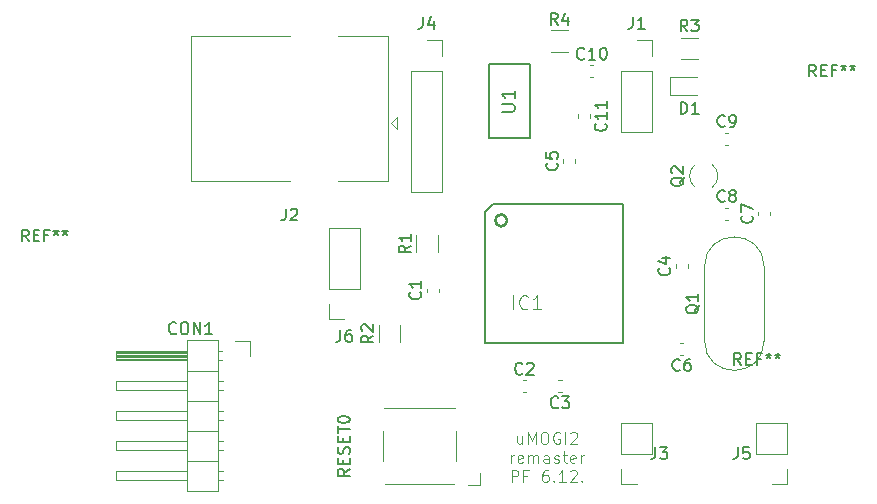
<source format=gbr>
%TF.GenerationSoftware,KiCad,Pcbnew,7.0.7*%
%TF.CreationDate,2023-12-05T11:36:27+01:00*%
%TF.ProjectId,PF,50462e6b-6963-4616-945f-706362585858,rev?*%
%TF.SameCoordinates,Original*%
%TF.FileFunction,Legend,Top*%
%TF.FilePolarity,Positive*%
%FSLAX46Y46*%
G04 Gerber Fmt 4.6, Leading zero omitted, Abs format (unit mm)*
G04 Created by KiCad (PCBNEW 7.0.7) date 2023-12-05 11:36:27*
%MOMM*%
%LPD*%
G01*
G04 APERTURE LIST*
%ADD10C,0.100000*%
%ADD11C,0.150000*%
%ADD12C,0.101600*%
%ADD13C,0.127000*%
%ADD14C,0.120000*%
%ADD15C,0.203200*%
%ADD16C,0.254000*%
%ADD17C,0.152400*%
G04 APERTURE END LIST*
D10*
X136334762Y-106475752D02*
X136334762Y-107142419D01*
X135906191Y-106475752D02*
X135906191Y-106999561D01*
X135906191Y-106999561D02*
X135953810Y-107094800D01*
X135953810Y-107094800D02*
X136049048Y-107142419D01*
X136049048Y-107142419D02*
X136191905Y-107142419D01*
X136191905Y-107142419D02*
X136287143Y-107094800D01*
X136287143Y-107094800D02*
X136334762Y-107047180D01*
X136810953Y-107142419D02*
X136810953Y-106142419D01*
X136810953Y-106142419D02*
X137144286Y-106856704D01*
X137144286Y-106856704D02*
X137477619Y-106142419D01*
X137477619Y-106142419D02*
X137477619Y-107142419D01*
X138144286Y-106142419D02*
X138334762Y-106142419D01*
X138334762Y-106142419D02*
X138430000Y-106190038D01*
X138430000Y-106190038D02*
X138525238Y-106285276D01*
X138525238Y-106285276D02*
X138572857Y-106475752D01*
X138572857Y-106475752D02*
X138572857Y-106809085D01*
X138572857Y-106809085D02*
X138525238Y-106999561D01*
X138525238Y-106999561D02*
X138430000Y-107094800D01*
X138430000Y-107094800D02*
X138334762Y-107142419D01*
X138334762Y-107142419D02*
X138144286Y-107142419D01*
X138144286Y-107142419D02*
X138049048Y-107094800D01*
X138049048Y-107094800D02*
X137953810Y-106999561D01*
X137953810Y-106999561D02*
X137906191Y-106809085D01*
X137906191Y-106809085D02*
X137906191Y-106475752D01*
X137906191Y-106475752D02*
X137953810Y-106285276D01*
X137953810Y-106285276D02*
X138049048Y-106190038D01*
X138049048Y-106190038D02*
X138144286Y-106142419D01*
X139525238Y-106190038D02*
X139430000Y-106142419D01*
X139430000Y-106142419D02*
X139287143Y-106142419D01*
X139287143Y-106142419D02*
X139144286Y-106190038D01*
X139144286Y-106190038D02*
X139049048Y-106285276D01*
X139049048Y-106285276D02*
X139001429Y-106380514D01*
X139001429Y-106380514D02*
X138953810Y-106570990D01*
X138953810Y-106570990D02*
X138953810Y-106713847D01*
X138953810Y-106713847D02*
X139001429Y-106904323D01*
X139001429Y-106904323D02*
X139049048Y-106999561D01*
X139049048Y-106999561D02*
X139144286Y-107094800D01*
X139144286Y-107094800D02*
X139287143Y-107142419D01*
X139287143Y-107142419D02*
X139382381Y-107142419D01*
X139382381Y-107142419D02*
X139525238Y-107094800D01*
X139525238Y-107094800D02*
X139572857Y-107047180D01*
X139572857Y-107047180D02*
X139572857Y-106713847D01*
X139572857Y-106713847D02*
X139382381Y-106713847D01*
X140001429Y-107142419D02*
X140001429Y-106142419D01*
X140430000Y-106237657D02*
X140477619Y-106190038D01*
X140477619Y-106190038D02*
X140572857Y-106142419D01*
X140572857Y-106142419D02*
X140810952Y-106142419D01*
X140810952Y-106142419D02*
X140906190Y-106190038D01*
X140906190Y-106190038D02*
X140953809Y-106237657D01*
X140953809Y-106237657D02*
X141001428Y-106332895D01*
X141001428Y-106332895D02*
X141001428Y-106428133D01*
X141001428Y-106428133D02*
X140953809Y-106570990D01*
X140953809Y-106570990D02*
X140382381Y-107142419D01*
X140382381Y-107142419D02*
X141001428Y-107142419D01*
X135382380Y-108752419D02*
X135382380Y-108085752D01*
X135382380Y-108276228D02*
X135429999Y-108180990D01*
X135429999Y-108180990D02*
X135477618Y-108133371D01*
X135477618Y-108133371D02*
X135572856Y-108085752D01*
X135572856Y-108085752D02*
X135668094Y-108085752D01*
X136382380Y-108704800D02*
X136287142Y-108752419D01*
X136287142Y-108752419D02*
X136096666Y-108752419D01*
X136096666Y-108752419D02*
X136001428Y-108704800D01*
X136001428Y-108704800D02*
X135953809Y-108609561D01*
X135953809Y-108609561D02*
X135953809Y-108228609D01*
X135953809Y-108228609D02*
X136001428Y-108133371D01*
X136001428Y-108133371D02*
X136096666Y-108085752D01*
X136096666Y-108085752D02*
X136287142Y-108085752D01*
X136287142Y-108085752D02*
X136382380Y-108133371D01*
X136382380Y-108133371D02*
X136429999Y-108228609D01*
X136429999Y-108228609D02*
X136429999Y-108323847D01*
X136429999Y-108323847D02*
X135953809Y-108419085D01*
X136858571Y-108752419D02*
X136858571Y-108085752D01*
X136858571Y-108180990D02*
X136906190Y-108133371D01*
X136906190Y-108133371D02*
X137001428Y-108085752D01*
X137001428Y-108085752D02*
X137144285Y-108085752D01*
X137144285Y-108085752D02*
X137239523Y-108133371D01*
X137239523Y-108133371D02*
X137287142Y-108228609D01*
X137287142Y-108228609D02*
X137287142Y-108752419D01*
X137287142Y-108228609D02*
X137334761Y-108133371D01*
X137334761Y-108133371D02*
X137429999Y-108085752D01*
X137429999Y-108085752D02*
X137572856Y-108085752D01*
X137572856Y-108085752D02*
X137668095Y-108133371D01*
X137668095Y-108133371D02*
X137715714Y-108228609D01*
X137715714Y-108228609D02*
X137715714Y-108752419D01*
X138620475Y-108752419D02*
X138620475Y-108228609D01*
X138620475Y-108228609D02*
X138572856Y-108133371D01*
X138572856Y-108133371D02*
X138477618Y-108085752D01*
X138477618Y-108085752D02*
X138287142Y-108085752D01*
X138287142Y-108085752D02*
X138191904Y-108133371D01*
X138620475Y-108704800D02*
X138525237Y-108752419D01*
X138525237Y-108752419D02*
X138287142Y-108752419D01*
X138287142Y-108752419D02*
X138191904Y-108704800D01*
X138191904Y-108704800D02*
X138144285Y-108609561D01*
X138144285Y-108609561D02*
X138144285Y-108514323D01*
X138144285Y-108514323D02*
X138191904Y-108419085D01*
X138191904Y-108419085D02*
X138287142Y-108371466D01*
X138287142Y-108371466D02*
X138525237Y-108371466D01*
X138525237Y-108371466D02*
X138620475Y-108323847D01*
X139049047Y-108704800D02*
X139144285Y-108752419D01*
X139144285Y-108752419D02*
X139334761Y-108752419D01*
X139334761Y-108752419D02*
X139429999Y-108704800D01*
X139429999Y-108704800D02*
X139477618Y-108609561D01*
X139477618Y-108609561D02*
X139477618Y-108561942D01*
X139477618Y-108561942D02*
X139429999Y-108466704D01*
X139429999Y-108466704D02*
X139334761Y-108419085D01*
X139334761Y-108419085D02*
X139191904Y-108419085D01*
X139191904Y-108419085D02*
X139096666Y-108371466D01*
X139096666Y-108371466D02*
X139049047Y-108276228D01*
X139049047Y-108276228D02*
X139049047Y-108228609D01*
X139049047Y-108228609D02*
X139096666Y-108133371D01*
X139096666Y-108133371D02*
X139191904Y-108085752D01*
X139191904Y-108085752D02*
X139334761Y-108085752D01*
X139334761Y-108085752D02*
X139429999Y-108133371D01*
X139763333Y-108085752D02*
X140144285Y-108085752D01*
X139906190Y-107752419D02*
X139906190Y-108609561D01*
X139906190Y-108609561D02*
X139953809Y-108704800D01*
X139953809Y-108704800D02*
X140049047Y-108752419D01*
X140049047Y-108752419D02*
X140144285Y-108752419D01*
X140858571Y-108704800D02*
X140763333Y-108752419D01*
X140763333Y-108752419D02*
X140572857Y-108752419D01*
X140572857Y-108752419D02*
X140477619Y-108704800D01*
X140477619Y-108704800D02*
X140430000Y-108609561D01*
X140430000Y-108609561D02*
X140430000Y-108228609D01*
X140430000Y-108228609D02*
X140477619Y-108133371D01*
X140477619Y-108133371D02*
X140572857Y-108085752D01*
X140572857Y-108085752D02*
X140763333Y-108085752D01*
X140763333Y-108085752D02*
X140858571Y-108133371D01*
X140858571Y-108133371D02*
X140906190Y-108228609D01*
X140906190Y-108228609D02*
X140906190Y-108323847D01*
X140906190Y-108323847D02*
X140430000Y-108419085D01*
X141334762Y-108752419D02*
X141334762Y-108085752D01*
X141334762Y-108276228D02*
X141382381Y-108180990D01*
X141382381Y-108180990D02*
X141430000Y-108133371D01*
X141430000Y-108133371D02*
X141525238Y-108085752D01*
X141525238Y-108085752D02*
X141620476Y-108085752D01*
X135453810Y-110362419D02*
X135453810Y-109362419D01*
X135453810Y-109362419D02*
X135834762Y-109362419D01*
X135834762Y-109362419D02*
X135930000Y-109410038D01*
X135930000Y-109410038D02*
X135977619Y-109457657D01*
X135977619Y-109457657D02*
X136025238Y-109552895D01*
X136025238Y-109552895D02*
X136025238Y-109695752D01*
X136025238Y-109695752D02*
X135977619Y-109790990D01*
X135977619Y-109790990D02*
X135930000Y-109838609D01*
X135930000Y-109838609D02*
X135834762Y-109886228D01*
X135834762Y-109886228D02*
X135453810Y-109886228D01*
X136787143Y-109838609D02*
X136453810Y-109838609D01*
X136453810Y-110362419D02*
X136453810Y-109362419D01*
X136453810Y-109362419D02*
X136930000Y-109362419D01*
X138501429Y-109362419D02*
X138310953Y-109362419D01*
X138310953Y-109362419D02*
X138215715Y-109410038D01*
X138215715Y-109410038D02*
X138168096Y-109457657D01*
X138168096Y-109457657D02*
X138072858Y-109600514D01*
X138072858Y-109600514D02*
X138025239Y-109790990D01*
X138025239Y-109790990D02*
X138025239Y-110171942D01*
X138025239Y-110171942D02*
X138072858Y-110267180D01*
X138072858Y-110267180D02*
X138120477Y-110314800D01*
X138120477Y-110314800D02*
X138215715Y-110362419D01*
X138215715Y-110362419D02*
X138406191Y-110362419D01*
X138406191Y-110362419D02*
X138501429Y-110314800D01*
X138501429Y-110314800D02*
X138549048Y-110267180D01*
X138549048Y-110267180D02*
X138596667Y-110171942D01*
X138596667Y-110171942D02*
X138596667Y-109933847D01*
X138596667Y-109933847D02*
X138549048Y-109838609D01*
X138549048Y-109838609D02*
X138501429Y-109790990D01*
X138501429Y-109790990D02*
X138406191Y-109743371D01*
X138406191Y-109743371D02*
X138215715Y-109743371D01*
X138215715Y-109743371D02*
X138120477Y-109790990D01*
X138120477Y-109790990D02*
X138072858Y-109838609D01*
X138072858Y-109838609D02*
X138025239Y-109933847D01*
X139025239Y-110267180D02*
X139072858Y-110314800D01*
X139072858Y-110314800D02*
X139025239Y-110362419D01*
X139025239Y-110362419D02*
X138977620Y-110314800D01*
X138977620Y-110314800D02*
X139025239Y-110267180D01*
X139025239Y-110267180D02*
X139025239Y-110362419D01*
X140025238Y-110362419D02*
X139453810Y-110362419D01*
X139739524Y-110362419D02*
X139739524Y-109362419D01*
X139739524Y-109362419D02*
X139644286Y-109505276D01*
X139644286Y-109505276D02*
X139549048Y-109600514D01*
X139549048Y-109600514D02*
X139453810Y-109648133D01*
X140406191Y-109457657D02*
X140453810Y-109410038D01*
X140453810Y-109410038D02*
X140549048Y-109362419D01*
X140549048Y-109362419D02*
X140787143Y-109362419D01*
X140787143Y-109362419D02*
X140882381Y-109410038D01*
X140882381Y-109410038D02*
X140930000Y-109457657D01*
X140930000Y-109457657D02*
X140977619Y-109552895D01*
X140977619Y-109552895D02*
X140977619Y-109648133D01*
X140977619Y-109648133D02*
X140930000Y-109790990D01*
X140930000Y-109790990D02*
X140358572Y-110362419D01*
X140358572Y-110362419D02*
X140977619Y-110362419D01*
X141406191Y-110267180D02*
X141453810Y-110314800D01*
X141453810Y-110314800D02*
X141406191Y-110362419D01*
X141406191Y-110362419D02*
X141358572Y-110314800D01*
X141358572Y-110314800D02*
X141406191Y-110267180D01*
X141406191Y-110267180D02*
X141406191Y-110362419D01*
D11*
X139340833Y-71659819D02*
X139007500Y-71183628D01*
X138769405Y-71659819D02*
X138769405Y-70659819D01*
X138769405Y-70659819D02*
X139150357Y-70659819D01*
X139150357Y-70659819D02*
X139245595Y-70707438D01*
X139245595Y-70707438D02*
X139293214Y-70755057D01*
X139293214Y-70755057D02*
X139340833Y-70850295D01*
X139340833Y-70850295D02*
X139340833Y-70993152D01*
X139340833Y-70993152D02*
X139293214Y-71088390D01*
X139293214Y-71088390D02*
X139245595Y-71136009D01*
X139245595Y-71136009D02*
X139150357Y-71183628D01*
X139150357Y-71183628D02*
X138769405Y-71183628D01*
X140197976Y-70993152D02*
X140197976Y-71659819D01*
X139959881Y-70612200D02*
X139721786Y-71326485D01*
X139721786Y-71326485D02*
X140340833Y-71326485D01*
X150328333Y-72209819D02*
X149995000Y-71733628D01*
X149756905Y-72209819D02*
X149756905Y-71209819D01*
X149756905Y-71209819D02*
X150137857Y-71209819D01*
X150137857Y-71209819D02*
X150233095Y-71257438D01*
X150233095Y-71257438D02*
X150280714Y-71305057D01*
X150280714Y-71305057D02*
X150328333Y-71400295D01*
X150328333Y-71400295D02*
X150328333Y-71543152D01*
X150328333Y-71543152D02*
X150280714Y-71638390D01*
X150280714Y-71638390D02*
X150233095Y-71686009D01*
X150233095Y-71686009D02*
X150137857Y-71733628D01*
X150137857Y-71733628D02*
X149756905Y-71733628D01*
X150661667Y-71209819D02*
X151280714Y-71209819D01*
X151280714Y-71209819D02*
X150947381Y-71590771D01*
X150947381Y-71590771D02*
X151090238Y-71590771D01*
X151090238Y-71590771D02*
X151185476Y-71638390D01*
X151185476Y-71638390D02*
X151233095Y-71686009D01*
X151233095Y-71686009D02*
X151280714Y-71781247D01*
X151280714Y-71781247D02*
X151280714Y-72019342D01*
X151280714Y-72019342D02*
X151233095Y-72114580D01*
X151233095Y-72114580D02*
X151185476Y-72162200D01*
X151185476Y-72162200D02*
X151090238Y-72209819D01*
X151090238Y-72209819D02*
X150804524Y-72209819D01*
X150804524Y-72209819D02*
X150709286Y-72162200D01*
X150709286Y-72162200D02*
X150661667Y-72114580D01*
X141597142Y-74494580D02*
X141549523Y-74542200D01*
X141549523Y-74542200D02*
X141406666Y-74589819D01*
X141406666Y-74589819D02*
X141311428Y-74589819D01*
X141311428Y-74589819D02*
X141168571Y-74542200D01*
X141168571Y-74542200D02*
X141073333Y-74446961D01*
X141073333Y-74446961D02*
X141025714Y-74351723D01*
X141025714Y-74351723D02*
X140978095Y-74161247D01*
X140978095Y-74161247D02*
X140978095Y-74018390D01*
X140978095Y-74018390D02*
X141025714Y-73827914D01*
X141025714Y-73827914D02*
X141073333Y-73732676D01*
X141073333Y-73732676D02*
X141168571Y-73637438D01*
X141168571Y-73637438D02*
X141311428Y-73589819D01*
X141311428Y-73589819D02*
X141406666Y-73589819D01*
X141406666Y-73589819D02*
X141549523Y-73637438D01*
X141549523Y-73637438D02*
X141597142Y-73685057D01*
X142549523Y-74589819D02*
X141978095Y-74589819D01*
X142263809Y-74589819D02*
X142263809Y-73589819D01*
X142263809Y-73589819D02*
X142168571Y-73732676D01*
X142168571Y-73732676D02*
X142073333Y-73827914D01*
X142073333Y-73827914D02*
X141978095Y-73875533D01*
X143168571Y-73589819D02*
X143263809Y-73589819D01*
X143263809Y-73589819D02*
X143359047Y-73637438D01*
X143359047Y-73637438D02*
X143406666Y-73685057D01*
X143406666Y-73685057D02*
X143454285Y-73780295D01*
X143454285Y-73780295D02*
X143501904Y-73970771D01*
X143501904Y-73970771D02*
X143501904Y-74208866D01*
X143501904Y-74208866D02*
X143454285Y-74399342D01*
X143454285Y-74399342D02*
X143406666Y-74494580D01*
X143406666Y-74494580D02*
X143359047Y-74542200D01*
X143359047Y-74542200D02*
X143263809Y-74589819D01*
X143263809Y-74589819D02*
X143168571Y-74589819D01*
X143168571Y-74589819D02*
X143073333Y-74542200D01*
X143073333Y-74542200D02*
X143025714Y-74494580D01*
X143025714Y-74494580D02*
X142978095Y-74399342D01*
X142978095Y-74399342D02*
X142930476Y-74208866D01*
X142930476Y-74208866D02*
X142930476Y-73970771D01*
X142930476Y-73970771D02*
X142978095Y-73780295D01*
X142978095Y-73780295D02*
X143025714Y-73685057D01*
X143025714Y-73685057D02*
X143073333Y-73637438D01*
X143073333Y-73637438D02*
X143168571Y-73589819D01*
X139264580Y-83351666D02*
X139312200Y-83399285D01*
X139312200Y-83399285D02*
X139359819Y-83542142D01*
X139359819Y-83542142D02*
X139359819Y-83637380D01*
X139359819Y-83637380D02*
X139312200Y-83780237D01*
X139312200Y-83780237D02*
X139216961Y-83875475D01*
X139216961Y-83875475D02*
X139121723Y-83923094D01*
X139121723Y-83923094D02*
X138931247Y-83970713D01*
X138931247Y-83970713D02*
X138788390Y-83970713D01*
X138788390Y-83970713D02*
X138597914Y-83923094D01*
X138597914Y-83923094D02*
X138502676Y-83875475D01*
X138502676Y-83875475D02*
X138407438Y-83780237D01*
X138407438Y-83780237D02*
X138359819Y-83637380D01*
X138359819Y-83637380D02*
X138359819Y-83542142D01*
X138359819Y-83542142D02*
X138407438Y-83399285D01*
X138407438Y-83399285D02*
X138455057Y-83351666D01*
X138359819Y-82446904D02*
X138359819Y-82923094D01*
X138359819Y-82923094D02*
X138836009Y-82970713D01*
X138836009Y-82970713D02*
X138788390Y-82923094D01*
X138788390Y-82923094D02*
X138740771Y-82827856D01*
X138740771Y-82827856D02*
X138740771Y-82589761D01*
X138740771Y-82589761D02*
X138788390Y-82494523D01*
X138788390Y-82494523D02*
X138836009Y-82446904D01*
X138836009Y-82446904D02*
X138931247Y-82399285D01*
X138931247Y-82399285D02*
X139169342Y-82399285D01*
X139169342Y-82399285D02*
X139264580Y-82446904D01*
X139264580Y-82446904D02*
X139312200Y-82494523D01*
X139312200Y-82494523D02*
X139359819Y-82589761D01*
X139359819Y-82589761D02*
X139359819Y-82827856D01*
X139359819Y-82827856D02*
X139312200Y-82923094D01*
X139312200Y-82923094D02*
X139264580Y-82970713D01*
X139393333Y-104024580D02*
X139345714Y-104072200D01*
X139345714Y-104072200D02*
X139202857Y-104119819D01*
X139202857Y-104119819D02*
X139107619Y-104119819D01*
X139107619Y-104119819D02*
X138964762Y-104072200D01*
X138964762Y-104072200D02*
X138869524Y-103976961D01*
X138869524Y-103976961D02*
X138821905Y-103881723D01*
X138821905Y-103881723D02*
X138774286Y-103691247D01*
X138774286Y-103691247D02*
X138774286Y-103548390D01*
X138774286Y-103548390D02*
X138821905Y-103357914D01*
X138821905Y-103357914D02*
X138869524Y-103262676D01*
X138869524Y-103262676D02*
X138964762Y-103167438D01*
X138964762Y-103167438D02*
X139107619Y-103119819D01*
X139107619Y-103119819D02*
X139202857Y-103119819D01*
X139202857Y-103119819D02*
X139345714Y-103167438D01*
X139345714Y-103167438D02*
X139393333Y-103215057D01*
X139726667Y-103119819D02*
X140345714Y-103119819D01*
X140345714Y-103119819D02*
X140012381Y-103500771D01*
X140012381Y-103500771D02*
X140155238Y-103500771D01*
X140155238Y-103500771D02*
X140250476Y-103548390D01*
X140250476Y-103548390D02*
X140298095Y-103596009D01*
X140298095Y-103596009D02*
X140345714Y-103691247D01*
X140345714Y-103691247D02*
X140345714Y-103929342D01*
X140345714Y-103929342D02*
X140298095Y-104024580D01*
X140298095Y-104024580D02*
X140250476Y-104072200D01*
X140250476Y-104072200D02*
X140155238Y-104119819D01*
X140155238Y-104119819D02*
X139869524Y-104119819D01*
X139869524Y-104119819D02*
X139774286Y-104072200D01*
X139774286Y-104072200D02*
X139726667Y-104024580D01*
D12*
X135600032Y-95736726D02*
X135600032Y-94568326D01*
X136824070Y-95625449D02*
X136768432Y-95681088D01*
X136768432Y-95681088D02*
X136601518Y-95736726D01*
X136601518Y-95736726D02*
X136490242Y-95736726D01*
X136490242Y-95736726D02*
X136323327Y-95681088D01*
X136323327Y-95681088D02*
X136212051Y-95569811D01*
X136212051Y-95569811D02*
X136156413Y-95458535D01*
X136156413Y-95458535D02*
X136100775Y-95235983D01*
X136100775Y-95235983D02*
X136100775Y-95069068D01*
X136100775Y-95069068D02*
X136156413Y-94846516D01*
X136156413Y-94846516D02*
X136212051Y-94735240D01*
X136212051Y-94735240D02*
X136323327Y-94623964D01*
X136323327Y-94623964D02*
X136490242Y-94568326D01*
X136490242Y-94568326D02*
X136601518Y-94568326D01*
X136601518Y-94568326D02*
X136768432Y-94623964D01*
X136768432Y-94623964D02*
X136824070Y-94679602D01*
X137936832Y-95736726D02*
X137269175Y-95736726D01*
X137603003Y-95736726D02*
X137603003Y-94568326D01*
X137603003Y-94568326D02*
X137491727Y-94735240D01*
X137491727Y-94735240D02*
X137380451Y-94846516D01*
X137380451Y-94846516D02*
X137269175Y-94902154D01*
D11*
X127694580Y-94286666D02*
X127742200Y-94334285D01*
X127742200Y-94334285D02*
X127789819Y-94477142D01*
X127789819Y-94477142D02*
X127789819Y-94572380D01*
X127789819Y-94572380D02*
X127742200Y-94715237D01*
X127742200Y-94715237D02*
X127646961Y-94810475D01*
X127646961Y-94810475D02*
X127551723Y-94858094D01*
X127551723Y-94858094D02*
X127361247Y-94905713D01*
X127361247Y-94905713D02*
X127218390Y-94905713D01*
X127218390Y-94905713D02*
X127027914Y-94858094D01*
X127027914Y-94858094D02*
X126932676Y-94810475D01*
X126932676Y-94810475D02*
X126837438Y-94715237D01*
X126837438Y-94715237D02*
X126789819Y-94572380D01*
X126789819Y-94572380D02*
X126789819Y-94477142D01*
X126789819Y-94477142D02*
X126837438Y-94334285D01*
X126837438Y-94334285D02*
X126885057Y-94286666D01*
X127789819Y-93334285D02*
X127789819Y-93905713D01*
X127789819Y-93619999D02*
X126789819Y-93619999D01*
X126789819Y-93619999D02*
X126932676Y-93715237D01*
X126932676Y-93715237D02*
X127027914Y-93810475D01*
X127027914Y-93810475D02*
X127075533Y-93905713D01*
X94551666Y-89989819D02*
X94218333Y-89513628D01*
X93980238Y-89989819D02*
X93980238Y-88989819D01*
X93980238Y-88989819D02*
X94361190Y-88989819D01*
X94361190Y-88989819D02*
X94456428Y-89037438D01*
X94456428Y-89037438D02*
X94504047Y-89085057D01*
X94504047Y-89085057D02*
X94551666Y-89180295D01*
X94551666Y-89180295D02*
X94551666Y-89323152D01*
X94551666Y-89323152D02*
X94504047Y-89418390D01*
X94504047Y-89418390D02*
X94456428Y-89466009D01*
X94456428Y-89466009D02*
X94361190Y-89513628D01*
X94361190Y-89513628D02*
X93980238Y-89513628D01*
X94980238Y-89466009D02*
X95313571Y-89466009D01*
X95456428Y-89989819D02*
X94980238Y-89989819D01*
X94980238Y-89989819D02*
X94980238Y-88989819D01*
X94980238Y-88989819D02*
X95456428Y-88989819D01*
X96218333Y-89466009D02*
X95885000Y-89466009D01*
X95885000Y-89989819D02*
X95885000Y-88989819D01*
X95885000Y-88989819D02*
X96361190Y-88989819D01*
X96885000Y-88989819D02*
X96885000Y-89227914D01*
X96646905Y-89132676D02*
X96885000Y-89227914D01*
X96885000Y-89227914D02*
X97123095Y-89132676D01*
X96742143Y-89418390D02*
X96885000Y-89227914D01*
X96885000Y-89227914D02*
X97027857Y-89418390D01*
X97646905Y-88989819D02*
X97646905Y-89227914D01*
X97408810Y-89132676D02*
X97646905Y-89227914D01*
X97646905Y-89227914D02*
X97885000Y-89132676D01*
X97504048Y-89418390D02*
X97646905Y-89227914D01*
X97646905Y-89227914D02*
X97789762Y-89418390D01*
X149756905Y-79194819D02*
X149756905Y-78194819D01*
X149756905Y-78194819D02*
X149995000Y-78194819D01*
X149995000Y-78194819D02*
X150137857Y-78242438D01*
X150137857Y-78242438D02*
X150233095Y-78337676D01*
X150233095Y-78337676D02*
X150280714Y-78432914D01*
X150280714Y-78432914D02*
X150328333Y-78623390D01*
X150328333Y-78623390D02*
X150328333Y-78766247D01*
X150328333Y-78766247D02*
X150280714Y-78956723D01*
X150280714Y-78956723D02*
X150233095Y-79051961D01*
X150233095Y-79051961D02*
X150137857Y-79147200D01*
X150137857Y-79147200D02*
X149995000Y-79194819D01*
X149995000Y-79194819D02*
X149756905Y-79194819D01*
X151280714Y-79194819D02*
X150709286Y-79194819D01*
X150995000Y-79194819D02*
X150995000Y-78194819D01*
X150995000Y-78194819D02*
X150899762Y-78337676D01*
X150899762Y-78337676D02*
X150804524Y-78432914D01*
X150804524Y-78432914D02*
X150709286Y-78480533D01*
X107045714Y-97744580D02*
X106998095Y-97792200D01*
X106998095Y-97792200D02*
X106855238Y-97839819D01*
X106855238Y-97839819D02*
X106760000Y-97839819D01*
X106760000Y-97839819D02*
X106617143Y-97792200D01*
X106617143Y-97792200D02*
X106521905Y-97696961D01*
X106521905Y-97696961D02*
X106474286Y-97601723D01*
X106474286Y-97601723D02*
X106426667Y-97411247D01*
X106426667Y-97411247D02*
X106426667Y-97268390D01*
X106426667Y-97268390D02*
X106474286Y-97077914D01*
X106474286Y-97077914D02*
X106521905Y-96982676D01*
X106521905Y-96982676D02*
X106617143Y-96887438D01*
X106617143Y-96887438D02*
X106760000Y-96839819D01*
X106760000Y-96839819D02*
X106855238Y-96839819D01*
X106855238Y-96839819D02*
X106998095Y-96887438D01*
X106998095Y-96887438D02*
X107045714Y-96935057D01*
X107664762Y-96839819D02*
X107855238Y-96839819D01*
X107855238Y-96839819D02*
X107950476Y-96887438D01*
X107950476Y-96887438D02*
X108045714Y-96982676D01*
X108045714Y-96982676D02*
X108093333Y-97173152D01*
X108093333Y-97173152D02*
X108093333Y-97506485D01*
X108093333Y-97506485D02*
X108045714Y-97696961D01*
X108045714Y-97696961D02*
X107950476Y-97792200D01*
X107950476Y-97792200D02*
X107855238Y-97839819D01*
X107855238Y-97839819D02*
X107664762Y-97839819D01*
X107664762Y-97839819D02*
X107569524Y-97792200D01*
X107569524Y-97792200D02*
X107474286Y-97696961D01*
X107474286Y-97696961D02*
X107426667Y-97506485D01*
X107426667Y-97506485D02*
X107426667Y-97173152D01*
X107426667Y-97173152D02*
X107474286Y-96982676D01*
X107474286Y-96982676D02*
X107569524Y-96887438D01*
X107569524Y-96887438D02*
X107664762Y-96839819D01*
X108521905Y-97839819D02*
X108521905Y-96839819D01*
X108521905Y-96839819D02*
X109093333Y-97839819D01*
X109093333Y-97839819D02*
X109093333Y-96839819D01*
X110093333Y-97839819D02*
X109521905Y-97839819D01*
X109807619Y-97839819D02*
X109807619Y-96839819D01*
X109807619Y-96839819D02*
X109712381Y-96982676D01*
X109712381Y-96982676D02*
X109617143Y-97077914D01*
X109617143Y-97077914D02*
X109521905Y-97125533D01*
X150065057Y-84550238D02*
X150017438Y-84645476D01*
X150017438Y-84645476D02*
X149922200Y-84740714D01*
X149922200Y-84740714D02*
X149779342Y-84883571D01*
X149779342Y-84883571D02*
X149731723Y-84978809D01*
X149731723Y-84978809D02*
X149731723Y-85074047D01*
X149969819Y-85026428D02*
X149922200Y-85121666D01*
X149922200Y-85121666D02*
X149826961Y-85216904D01*
X149826961Y-85216904D02*
X149636485Y-85264523D01*
X149636485Y-85264523D02*
X149303152Y-85264523D01*
X149303152Y-85264523D02*
X149112676Y-85216904D01*
X149112676Y-85216904D02*
X149017438Y-85121666D01*
X149017438Y-85121666D02*
X148969819Y-85026428D01*
X148969819Y-85026428D02*
X148969819Y-84835952D01*
X148969819Y-84835952D02*
X149017438Y-84740714D01*
X149017438Y-84740714D02*
X149112676Y-84645476D01*
X149112676Y-84645476D02*
X149303152Y-84597857D01*
X149303152Y-84597857D02*
X149636485Y-84597857D01*
X149636485Y-84597857D02*
X149826961Y-84645476D01*
X149826961Y-84645476D02*
X149922200Y-84740714D01*
X149922200Y-84740714D02*
X149969819Y-84835952D01*
X149969819Y-84835952D02*
X149969819Y-85026428D01*
X149065057Y-84216904D02*
X149017438Y-84169285D01*
X149017438Y-84169285D02*
X148969819Y-84074047D01*
X148969819Y-84074047D02*
X148969819Y-83835952D01*
X148969819Y-83835952D02*
X149017438Y-83740714D01*
X149017438Y-83740714D02*
X149065057Y-83693095D01*
X149065057Y-83693095D02*
X149160295Y-83645476D01*
X149160295Y-83645476D02*
X149255533Y-83645476D01*
X149255533Y-83645476D02*
X149398390Y-83693095D01*
X149398390Y-83693095D02*
X149969819Y-84264523D01*
X149969819Y-84264523D02*
X149969819Y-83645476D01*
X148789580Y-92241666D02*
X148837200Y-92289285D01*
X148837200Y-92289285D02*
X148884819Y-92432142D01*
X148884819Y-92432142D02*
X148884819Y-92527380D01*
X148884819Y-92527380D02*
X148837200Y-92670237D01*
X148837200Y-92670237D02*
X148741961Y-92765475D01*
X148741961Y-92765475D02*
X148646723Y-92813094D01*
X148646723Y-92813094D02*
X148456247Y-92860713D01*
X148456247Y-92860713D02*
X148313390Y-92860713D01*
X148313390Y-92860713D02*
X148122914Y-92813094D01*
X148122914Y-92813094D02*
X148027676Y-92765475D01*
X148027676Y-92765475D02*
X147932438Y-92670237D01*
X147932438Y-92670237D02*
X147884819Y-92527380D01*
X147884819Y-92527380D02*
X147884819Y-92432142D01*
X147884819Y-92432142D02*
X147932438Y-92289285D01*
X147932438Y-92289285D02*
X147980057Y-92241666D01*
X148218152Y-91384523D02*
X148884819Y-91384523D01*
X147837200Y-91622618D02*
X148551485Y-91860713D01*
X148551485Y-91860713D02*
X148551485Y-91241666D01*
X121739819Y-109243571D02*
X121263628Y-109576904D01*
X121739819Y-109814999D02*
X120739819Y-109814999D01*
X120739819Y-109814999D02*
X120739819Y-109434047D01*
X120739819Y-109434047D02*
X120787438Y-109338809D01*
X120787438Y-109338809D02*
X120835057Y-109291190D01*
X120835057Y-109291190D02*
X120930295Y-109243571D01*
X120930295Y-109243571D02*
X121073152Y-109243571D01*
X121073152Y-109243571D02*
X121168390Y-109291190D01*
X121168390Y-109291190D02*
X121216009Y-109338809D01*
X121216009Y-109338809D02*
X121263628Y-109434047D01*
X121263628Y-109434047D02*
X121263628Y-109814999D01*
X121216009Y-108814999D02*
X121216009Y-108481666D01*
X121739819Y-108338809D02*
X121739819Y-108814999D01*
X121739819Y-108814999D02*
X120739819Y-108814999D01*
X120739819Y-108814999D02*
X120739819Y-108338809D01*
X121692200Y-107957856D02*
X121739819Y-107814999D01*
X121739819Y-107814999D02*
X121739819Y-107576904D01*
X121739819Y-107576904D02*
X121692200Y-107481666D01*
X121692200Y-107481666D02*
X121644580Y-107434047D01*
X121644580Y-107434047D02*
X121549342Y-107386428D01*
X121549342Y-107386428D02*
X121454104Y-107386428D01*
X121454104Y-107386428D02*
X121358866Y-107434047D01*
X121358866Y-107434047D02*
X121311247Y-107481666D01*
X121311247Y-107481666D02*
X121263628Y-107576904D01*
X121263628Y-107576904D02*
X121216009Y-107767380D01*
X121216009Y-107767380D02*
X121168390Y-107862618D01*
X121168390Y-107862618D02*
X121120771Y-107910237D01*
X121120771Y-107910237D02*
X121025533Y-107957856D01*
X121025533Y-107957856D02*
X120930295Y-107957856D01*
X120930295Y-107957856D02*
X120835057Y-107910237D01*
X120835057Y-107910237D02*
X120787438Y-107862618D01*
X120787438Y-107862618D02*
X120739819Y-107767380D01*
X120739819Y-107767380D02*
X120739819Y-107529285D01*
X120739819Y-107529285D02*
X120787438Y-107386428D01*
X121216009Y-106957856D02*
X121216009Y-106624523D01*
X121739819Y-106481666D02*
X121739819Y-106957856D01*
X121739819Y-106957856D02*
X120739819Y-106957856D01*
X120739819Y-106957856D02*
X120739819Y-106481666D01*
X120739819Y-106195951D02*
X120739819Y-105624523D01*
X121739819Y-105910237D02*
X120739819Y-105910237D01*
X120739819Y-105100713D02*
X120739819Y-105005475D01*
X120739819Y-105005475D02*
X120787438Y-104910237D01*
X120787438Y-104910237D02*
X120835057Y-104862618D01*
X120835057Y-104862618D02*
X120930295Y-104814999D01*
X120930295Y-104814999D02*
X121120771Y-104767380D01*
X121120771Y-104767380D02*
X121358866Y-104767380D01*
X121358866Y-104767380D02*
X121549342Y-104814999D01*
X121549342Y-104814999D02*
X121644580Y-104862618D01*
X121644580Y-104862618D02*
X121692200Y-104910237D01*
X121692200Y-104910237D02*
X121739819Y-105005475D01*
X121739819Y-105005475D02*
X121739819Y-105100713D01*
X121739819Y-105100713D02*
X121692200Y-105195951D01*
X121692200Y-105195951D02*
X121644580Y-105243570D01*
X121644580Y-105243570D02*
X121549342Y-105291189D01*
X121549342Y-105291189D02*
X121358866Y-105338808D01*
X121358866Y-105338808D02*
X121120771Y-105338808D01*
X121120771Y-105338808D02*
X120930295Y-105291189D01*
X120930295Y-105291189D02*
X120835057Y-105243570D01*
X120835057Y-105243570D02*
X120787438Y-105195951D01*
X120787438Y-105195951D02*
X120739819Y-105100713D01*
X147621666Y-107404819D02*
X147621666Y-108119104D01*
X147621666Y-108119104D02*
X147574047Y-108261961D01*
X147574047Y-108261961D02*
X147478809Y-108357200D01*
X147478809Y-108357200D02*
X147335952Y-108404819D01*
X147335952Y-108404819D02*
X147240714Y-108404819D01*
X148002619Y-107404819D02*
X148621666Y-107404819D01*
X148621666Y-107404819D02*
X148288333Y-107785771D01*
X148288333Y-107785771D02*
X148431190Y-107785771D01*
X148431190Y-107785771D02*
X148526428Y-107833390D01*
X148526428Y-107833390D02*
X148574047Y-107881009D01*
X148574047Y-107881009D02*
X148621666Y-107976247D01*
X148621666Y-107976247D02*
X148621666Y-108214342D01*
X148621666Y-108214342D02*
X148574047Y-108309580D01*
X148574047Y-108309580D02*
X148526428Y-108357200D01*
X148526428Y-108357200D02*
X148431190Y-108404819D01*
X148431190Y-108404819D02*
X148145476Y-108404819D01*
X148145476Y-108404819D02*
X148050238Y-108357200D01*
X148050238Y-108357200D02*
X148002619Y-108309580D01*
X136358333Y-101164580D02*
X136310714Y-101212200D01*
X136310714Y-101212200D02*
X136167857Y-101259819D01*
X136167857Y-101259819D02*
X136072619Y-101259819D01*
X136072619Y-101259819D02*
X135929762Y-101212200D01*
X135929762Y-101212200D02*
X135834524Y-101116961D01*
X135834524Y-101116961D02*
X135786905Y-101021723D01*
X135786905Y-101021723D02*
X135739286Y-100831247D01*
X135739286Y-100831247D02*
X135739286Y-100688390D01*
X135739286Y-100688390D02*
X135786905Y-100497914D01*
X135786905Y-100497914D02*
X135834524Y-100402676D01*
X135834524Y-100402676D02*
X135929762Y-100307438D01*
X135929762Y-100307438D02*
X136072619Y-100259819D01*
X136072619Y-100259819D02*
X136167857Y-100259819D01*
X136167857Y-100259819D02*
X136310714Y-100307438D01*
X136310714Y-100307438D02*
X136358333Y-100355057D01*
X136739286Y-100355057D02*
X136786905Y-100307438D01*
X136786905Y-100307438D02*
X136882143Y-100259819D01*
X136882143Y-100259819D02*
X137120238Y-100259819D01*
X137120238Y-100259819D02*
X137215476Y-100307438D01*
X137215476Y-100307438D02*
X137263095Y-100355057D01*
X137263095Y-100355057D02*
X137310714Y-100450295D01*
X137310714Y-100450295D02*
X137310714Y-100545533D01*
X137310714Y-100545533D02*
X137263095Y-100688390D01*
X137263095Y-100688390D02*
X136691667Y-101259819D01*
X136691667Y-101259819D02*
X137310714Y-101259819D01*
D13*
X134600514Y-79019305D02*
X135525800Y-79019305D01*
X135525800Y-79019305D02*
X135634657Y-78964876D01*
X135634657Y-78964876D02*
X135689086Y-78910448D01*
X135689086Y-78910448D02*
X135743514Y-78801590D01*
X135743514Y-78801590D02*
X135743514Y-78583876D01*
X135743514Y-78583876D02*
X135689086Y-78475019D01*
X135689086Y-78475019D02*
X135634657Y-78420590D01*
X135634657Y-78420590D02*
X135525800Y-78366162D01*
X135525800Y-78366162D02*
X134600514Y-78366162D01*
X135743514Y-77223161D02*
X135743514Y-77876304D01*
X135743514Y-77549733D02*
X134600514Y-77549733D01*
X134600514Y-77549733D02*
X134763800Y-77658590D01*
X134763800Y-77658590D02*
X134872657Y-77767447D01*
X134872657Y-77767447D02*
X134927086Y-77876304D01*
D11*
X153503333Y-86559580D02*
X153455714Y-86607200D01*
X153455714Y-86607200D02*
X153312857Y-86654819D01*
X153312857Y-86654819D02*
X153217619Y-86654819D01*
X153217619Y-86654819D02*
X153074762Y-86607200D01*
X153074762Y-86607200D02*
X152979524Y-86511961D01*
X152979524Y-86511961D02*
X152931905Y-86416723D01*
X152931905Y-86416723D02*
X152884286Y-86226247D01*
X152884286Y-86226247D02*
X152884286Y-86083390D01*
X152884286Y-86083390D02*
X152931905Y-85892914D01*
X152931905Y-85892914D02*
X152979524Y-85797676D01*
X152979524Y-85797676D02*
X153074762Y-85702438D01*
X153074762Y-85702438D02*
X153217619Y-85654819D01*
X153217619Y-85654819D02*
X153312857Y-85654819D01*
X153312857Y-85654819D02*
X153455714Y-85702438D01*
X153455714Y-85702438D02*
X153503333Y-85750057D01*
X154074762Y-86083390D02*
X153979524Y-86035771D01*
X153979524Y-86035771D02*
X153931905Y-85988152D01*
X153931905Y-85988152D02*
X153884286Y-85892914D01*
X153884286Y-85892914D02*
X153884286Y-85845295D01*
X153884286Y-85845295D02*
X153931905Y-85750057D01*
X153931905Y-85750057D02*
X153979524Y-85702438D01*
X153979524Y-85702438D02*
X154074762Y-85654819D01*
X154074762Y-85654819D02*
X154265238Y-85654819D01*
X154265238Y-85654819D02*
X154360476Y-85702438D01*
X154360476Y-85702438D02*
X154408095Y-85750057D01*
X154408095Y-85750057D02*
X154455714Y-85845295D01*
X154455714Y-85845295D02*
X154455714Y-85892914D01*
X154455714Y-85892914D02*
X154408095Y-85988152D01*
X154408095Y-85988152D02*
X154360476Y-86035771D01*
X154360476Y-86035771D02*
X154265238Y-86083390D01*
X154265238Y-86083390D02*
X154074762Y-86083390D01*
X154074762Y-86083390D02*
X153979524Y-86131009D01*
X153979524Y-86131009D02*
X153931905Y-86178628D01*
X153931905Y-86178628D02*
X153884286Y-86273866D01*
X153884286Y-86273866D02*
X153884286Y-86464342D01*
X153884286Y-86464342D02*
X153931905Y-86559580D01*
X153931905Y-86559580D02*
X153979524Y-86607200D01*
X153979524Y-86607200D02*
X154074762Y-86654819D01*
X154074762Y-86654819D02*
X154265238Y-86654819D01*
X154265238Y-86654819D02*
X154360476Y-86607200D01*
X154360476Y-86607200D02*
X154408095Y-86559580D01*
X154408095Y-86559580D02*
X154455714Y-86464342D01*
X154455714Y-86464342D02*
X154455714Y-86273866D01*
X154455714Y-86273866D02*
X154408095Y-86178628D01*
X154408095Y-86178628D02*
X154360476Y-86131009D01*
X154360476Y-86131009D02*
X154265238Y-86083390D01*
X149693333Y-100849580D02*
X149645714Y-100897200D01*
X149645714Y-100897200D02*
X149502857Y-100944819D01*
X149502857Y-100944819D02*
X149407619Y-100944819D01*
X149407619Y-100944819D02*
X149264762Y-100897200D01*
X149264762Y-100897200D02*
X149169524Y-100801961D01*
X149169524Y-100801961D02*
X149121905Y-100706723D01*
X149121905Y-100706723D02*
X149074286Y-100516247D01*
X149074286Y-100516247D02*
X149074286Y-100373390D01*
X149074286Y-100373390D02*
X149121905Y-100182914D01*
X149121905Y-100182914D02*
X149169524Y-100087676D01*
X149169524Y-100087676D02*
X149264762Y-99992438D01*
X149264762Y-99992438D02*
X149407619Y-99944819D01*
X149407619Y-99944819D02*
X149502857Y-99944819D01*
X149502857Y-99944819D02*
X149645714Y-99992438D01*
X149645714Y-99992438D02*
X149693333Y-100040057D01*
X150550476Y-99944819D02*
X150360000Y-99944819D01*
X150360000Y-99944819D02*
X150264762Y-99992438D01*
X150264762Y-99992438D02*
X150217143Y-100040057D01*
X150217143Y-100040057D02*
X150121905Y-100182914D01*
X150121905Y-100182914D02*
X150074286Y-100373390D01*
X150074286Y-100373390D02*
X150074286Y-100754342D01*
X150074286Y-100754342D02*
X150121905Y-100849580D01*
X150121905Y-100849580D02*
X150169524Y-100897200D01*
X150169524Y-100897200D02*
X150264762Y-100944819D01*
X150264762Y-100944819D02*
X150455238Y-100944819D01*
X150455238Y-100944819D02*
X150550476Y-100897200D01*
X150550476Y-100897200D02*
X150598095Y-100849580D01*
X150598095Y-100849580D02*
X150645714Y-100754342D01*
X150645714Y-100754342D02*
X150645714Y-100516247D01*
X150645714Y-100516247D02*
X150598095Y-100421009D01*
X150598095Y-100421009D02*
X150550476Y-100373390D01*
X150550476Y-100373390D02*
X150455238Y-100325771D01*
X150455238Y-100325771D02*
X150264762Y-100325771D01*
X150264762Y-100325771D02*
X150169524Y-100373390D01*
X150169524Y-100373390D02*
X150121905Y-100421009D01*
X150121905Y-100421009D02*
X150074286Y-100516247D01*
X151330057Y-95355238D02*
X151282438Y-95450476D01*
X151282438Y-95450476D02*
X151187200Y-95545714D01*
X151187200Y-95545714D02*
X151044342Y-95688571D01*
X151044342Y-95688571D02*
X150996723Y-95783809D01*
X150996723Y-95783809D02*
X150996723Y-95879047D01*
X151234819Y-95831428D02*
X151187200Y-95926666D01*
X151187200Y-95926666D02*
X151091961Y-96021904D01*
X151091961Y-96021904D02*
X150901485Y-96069523D01*
X150901485Y-96069523D02*
X150568152Y-96069523D01*
X150568152Y-96069523D02*
X150377676Y-96021904D01*
X150377676Y-96021904D02*
X150282438Y-95926666D01*
X150282438Y-95926666D02*
X150234819Y-95831428D01*
X150234819Y-95831428D02*
X150234819Y-95640952D01*
X150234819Y-95640952D02*
X150282438Y-95545714D01*
X150282438Y-95545714D02*
X150377676Y-95450476D01*
X150377676Y-95450476D02*
X150568152Y-95402857D01*
X150568152Y-95402857D02*
X150901485Y-95402857D01*
X150901485Y-95402857D02*
X151091961Y-95450476D01*
X151091961Y-95450476D02*
X151187200Y-95545714D01*
X151187200Y-95545714D02*
X151234819Y-95640952D01*
X151234819Y-95640952D02*
X151234819Y-95831428D01*
X151234819Y-94450476D02*
X151234819Y-95021904D01*
X151234819Y-94736190D02*
X150234819Y-94736190D01*
X150234819Y-94736190D02*
X150377676Y-94831428D01*
X150377676Y-94831428D02*
X150472914Y-94926666D01*
X150472914Y-94926666D02*
X150520533Y-95021904D01*
X143394580Y-80017857D02*
X143442200Y-80065476D01*
X143442200Y-80065476D02*
X143489819Y-80208333D01*
X143489819Y-80208333D02*
X143489819Y-80303571D01*
X143489819Y-80303571D02*
X143442200Y-80446428D01*
X143442200Y-80446428D02*
X143346961Y-80541666D01*
X143346961Y-80541666D02*
X143251723Y-80589285D01*
X143251723Y-80589285D02*
X143061247Y-80636904D01*
X143061247Y-80636904D02*
X142918390Y-80636904D01*
X142918390Y-80636904D02*
X142727914Y-80589285D01*
X142727914Y-80589285D02*
X142632676Y-80541666D01*
X142632676Y-80541666D02*
X142537438Y-80446428D01*
X142537438Y-80446428D02*
X142489819Y-80303571D01*
X142489819Y-80303571D02*
X142489819Y-80208333D01*
X142489819Y-80208333D02*
X142537438Y-80065476D01*
X142537438Y-80065476D02*
X142585057Y-80017857D01*
X143489819Y-79065476D02*
X143489819Y-79636904D01*
X143489819Y-79351190D02*
X142489819Y-79351190D01*
X142489819Y-79351190D02*
X142632676Y-79446428D01*
X142632676Y-79446428D02*
X142727914Y-79541666D01*
X142727914Y-79541666D02*
X142775533Y-79636904D01*
X143489819Y-78113095D02*
X143489819Y-78684523D01*
X143489819Y-78398809D02*
X142489819Y-78398809D01*
X142489819Y-78398809D02*
X142632676Y-78494047D01*
X142632676Y-78494047D02*
X142727914Y-78589285D01*
X142727914Y-78589285D02*
X142775533Y-78684523D01*
X120951666Y-97474819D02*
X120951666Y-98189104D01*
X120951666Y-98189104D02*
X120904047Y-98331961D01*
X120904047Y-98331961D02*
X120808809Y-98427200D01*
X120808809Y-98427200D02*
X120665952Y-98474819D01*
X120665952Y-98474819D02*
X120570714Y-98474819D01*
X121856428Y-97474819D02*
X121665952Y-97474819D01*
X121665952Y-97474819D02*
X121570714Y-97522438D01*
X121570714Y-97522438D02*
X121523095Y-97570057D01*
X121523095Y-97570057D02*
X121427857Y-97712914D01*
X121427857Y-97712914D02*
X121380238Y-97903390D01*
X121380238Y-97903390D02*
X121380238Y-98284342D01*
X121380238Y-98284342D02*
X121427857Y-98379580D01*
X121427857Y-98379580D02*
X121475476Y-98427200D01*
X121475476Y-98427200D02*
X121570714Y-98474819D01*
X121570714Y-98474819D02*
X121761190Y-98474819D01*
X121761190Y-98474819D02*
X121856428Y-98427200D01*
X121856428Y-98427200D02*
X121904047Y-98379580D01*
X121904047Y-98379580D02*
X121951666Y-98284342D01*
X121951666Y-98284342D02*
X121951666Y-98046247D01*
X121951666Y-98046247D02*
X121904047Y-97951009D01*
X121904047Y-97951009D02*
X121856428Y-97903390D01*
X121856428Y-97903390D02*
X121761190Y-97855771D01*
X121761190Y-97855771D02*
X121570714Y-97855771D01*
X121570714Y-97855771D02*
X121475476Y-97903390D01*
X121475476Y-97903390D02*
X121427857Y-97951009D01*
X121427857Y-97951009D02*
X121380238Y-98046247D01*
X161226666Y-76019819D02*
X160893333Y-75543628D01*
X160655238Y-76019819D02*
X160655238Y-75019819D01*
X160655238Y-75019819D02*
X161036190Y-75019819D01*
X161036190Y-75019819D02*
X161131428Y-75067438D01*
X161131428Y-75067438D02*
X161179047Y-75115057D01*
X161179047Y-75115057D02*
X161226666Y-75210295D01*
X161226666Y-75210295D02*
X161226666Y-75353152D01*
X161226666Y-75353152D02*
X161179047Y-75448390D01*
X161179047Y-75448390D02*
X161131428Y-75496009D01*
X161131428Y-75496009D02*
X161036190Y-75543628D01*
X161036190Y-75543628D02*
X160655238Y-75543628D01*
X161655238Y-75496009D02*
X161988571Y-75496009D01*
X162131428Y-76019819D02*
X161655238Y-76019819D01*
X161655238Y-76019819D02*
X161655238Y-75019819D01*
X161655238Y-75019819D02*
X162131428Y-75019819D01*
X162893333Y-75496009D02*
X162560000Y-75496009D01*
X162560000Y-76019819D02*
X162560000Y-75019819D01*
X162560000Y-75019819D02*
X163036190Y-75019819D01*
X163560000Y-75019819D02*
X163560000Y-75257914D01*
X163321905Y-75162676D02*
X163560000Y-75257914D01*
X163560000Y-75257914D02*
X163798095Y-75162676D01*
X163417143Y-75448390D02*
X163560000Y-75257914D01*
X163560000Y-75257914D02*
X163702857Y-75448390D01*
X164321905Y-75019819D02*
X164321905Y-75257914D01*
X164083810Y-75162676D02*
X164321905Y-75257914D01*
X164321905Y-75257914D02*
X164560000Y-75162676D01*
X164179048Y-75448390D02*
X164321905Y-75257914D01*
X164321905Y-75257914D02*
X164464762Y-75448390D01*
X127936666Y-70979819D02*
X127936666Y-71694104D01*
X127936666Y-71694104D02*
X127889047Y-71836961D01*
X127889047Y-71836961D02*
X127793809Y-71932200D01*
X127793809Y-71932200D02*
X127650952Y-71979819D01*
X127650952Y-71979819D02*
X127555714Y-71979819D01*
X128841428Y-71313152D02*
X128841428Y-71979819D01*
X128603333Y-70932200D02*
X128365238Y-71646485D01*
X128365238Y-71646485D02*
X128984285Y-71646485D01*
X155774580Y-87796666D02*
X155822200Y-87844285D01*
X155822200Y-87844285D02*
X155869819Y-87987142D01*
X155869819Y-87987142D02*
X155869819Y-88082380D01*
X155869819Y-88082380D02*
X155822200Y-88225237D01*
X155822200Y-88225237D02*
X155726961Y-88320475D01*
X155726961Y-88320475D02*
X155631723Y-88368094D01*
X155631723Y-88368094D02*
X155441247Y-88415713D01*
X155441247Y-88415713D02*
X155298390Y-88415713D01*
X155298390Y-88415713D02*
X155107914Y-88368094D01*
X155107914Y-88368094D02*
X155012676Y-88320475D01*
X155012676Y-88320475D02*
X154917438Y-88225237D01*
X154917438Y-88225237D02*
X154869819Y-88082380D01*
X154869819Y-88082380D02*
X154869819Y-87987142D01*
X154869819Y-87987142D02*
X154917438Y-87844285D01*
X154917438Y-87844285D02*
X154965057Y-87796666D01*
X154869819Y-87463332D02*
X154869819Y-86796666D01*
X154869819Y-86796666D02*
X155869819Y-87225237D01*
X116324166Y-87214819D02*
X116324166Y-87929104D01*
X116324166Y-87929104D02*
X116276547Y-88071961D01*
X116276547Y-88071961D02*
X116181309Y-88167200D01*
X116181309Y-88167200D02*
X116038452Y-88214819D01*
X116038452Y-88214819D02*
X115943214Y-88214819D01*
X116752738Y-87310057D02*
X116800357Y-87262438D01*
X116800357Y-87262438D02*
X116895595Y-87214819D01*
X116895595Y-87214819D02*
X117133690Y-87214819D01*
X117133690Y-87214819D02*
X117228928Y-87262438D01*
X117228928Y-87262438D02*
X117276547Y-87310057D01*
X117276547Y-87310057D02*
X117324166Y-87405295D01*
X117324166Y-87405295D02*
X117324166Y-87500533D01*
X117324166Y-87500533D02*
X117276547Y-87643390D01*
X117276547Y-87643390D02*
X116705119Y-88214819D01*
X116705119Y-88214819D02*
X117324166Y-88214819D01*
X153503333Y-80209580D02*
X153455714Y-80257200D01*
X153455714Y-80257200D02*
X153312857Y-80304819D01*
X153312857Y-80304819D02*
X153217619Y-80304819D01*
X153217619Y-80304819D02*
X153074762Y-80257200D01*
X153074762Y-80257200D02*
X152979524Y-80161961D01*
X152979524Y-80161961D02*
X152931905Y-80066723D01*
X152931905Y-80066723D02*
X152884286Y-79876247D01*
X152884286Y-79876247D02*
X152884286Y-79733390D01*
X152884286Y-79733390D02*
X152931905Y-79542914D01*
X152931905Y-79542914D02*
X152979524Y-79447676D01*
X152979524Y-79447676D02*
X153074762Y-79352438D01*
X153074762Y-79352438D02*
X153217619Y-79304819D01*
X153217619Y-79304819D02*
X153312857Y-79304819D01*
X153312857Y-79304819D02*
X153455714Y-79352438D01*
X153455714Y-79352438D02*
X153503333Y-79400057D01*
X153979524Y-80304819D02*
X154170000Y-80304819D01*
X154170000Y-80304819D02*
X154265238Y-80257200D01*
X154265238Y-80257200D02*
X154312857Y-80209580D01*
X154312857Y-80209580D02*
X154408095Y-80066723D01*
X154408095Y-80066723D02*
X154455714Y-79876247D01*
X154455714Y-79876247D02*
X154455714Y-79495295D01*
X154455714Y-79495295D02*
X154408095Y-79400057D01*
X154408095Y-79400057D02*
X154360476Y-79352438D01*
X154360476Y-79352438D02*
X154265238Y-79304819D01*
X154265238Y-79304819D02*
X154074762Y-79304819D01*
X154074762Y-79304819D02*
X153979524Y-79352438D01*
X153979524Y-79352438D02*
X153931905Y-79400057D01*
X153931905Y-79400057D02*
X153884286Y-79495295D01*
X153884286Y-79495295D02*
X153884286Y-79733390D01*
X153884286Y-79733390D02*
X153931905Y-79828628D01*
X153931905Y-79828628D02*
X153979524Y-79876247D01*
X153979524Y-79876247D02*
X154074762Y-79923866D01*
X154074762Y-79923866D02*
X154265238Y-79923866D01*
X154265238Y-79923866D02*
X154360476Y-79876247D01*
X154360476Y-79876247D02*
X154408095Y-79828628D01*
X154408095Y-79828628D02*
X154455714Y-79733390D01*
X154876666Y-100459819D02*
X154543333Y-99983628D01*
X154305238Y-100459819D02*
X154305238Y-99459819D01*
X154305238Y-99459819D02*
X154686190Y-99459819D01*
X154686190Y-99459819D02*
X154781428Y-99507438D01*
X154781428Y-99507438D02*
X154829047Y-99555057D01*
X154829047Y-99555057D02*
X154876666Y-99650295D01*
X154876666Y-99650295D02*
X154876666Y-99793152D01*
X154876666Y-99793152D02*
X154829047Y-99888390D01*
X154829047Y-99888390D02*
X154781428Y-99936009D01*
X154781428Y-99936009D02*
X154686190Y-99983628D01*
X154686190Y-99983628D02*
X154305238Y-99983628D01*
X155305238Y-99936009D02*
X155638571Y-99936009D01*
X155781428Y-100459819D02*
X155305238Y-100459819D01*
X155305238Y-100459819D02*
X155305238Y-99459819D01*
X155305238Y-99459819D02*
X155781428Y-99459819D01*
X156543333Y-99936009D02*
X156210000Y-99936009D01*
X156210000Y-100459819D02*
X156210000Y-99459819D01*
X156210000Y-99459819D02*
X156686190Y-99459819D01*
X157210000Y-99459819D02*
X157210000Y-99697914D01*
X156971905Y-99602676D02*
X157210000Y-99697914D01*
X157210000Y-99697914D02*
X157448095Y-99602676D01*
X157067143Y-99888390D02*
X157210000Y-99697914D01*
X157210000Y-99697914D02*
X157352857Y-99888390D01*
X157971905Y-99459819D02*
X157971905Y-99697914D01*
X157733810Y-99602676D02*
X157971905Y-99697914D01*
X157971905Y-99697914D02*
X158210000Y-99602676D01*
X157829048Y-99888390D02*
X157971905Y-99697914D01*
X157971905Y-99697914D02*
X158114762Y-99888390D01*
X126904819Y-90336666D02*
X126428628Y-90669999D01*
X126904819Y-90908094D02*
X125904819Y-90908094D01*
X125904819Y-90908094D02*
X125904819Y-90527142D01*
X125904819Y-90527142D02*
X125952438Y-90431904D01*
X125952438Y-90431904D02*
X126000057Y-90384285D01*
X126000057Y-90384285D02*
X126095295Y-90336666D01*
X126095295Y-90336666D02*
X126238152Y-90336666D01*
X126238152Y-90336666D02*
X126333390Y-90384285D01*
X126333390Y-90384285D02*
X126381009Y-90431904D01*
X126381009Y-90431904D02*
X126428628Y-90527142D01*
X126428628Y-90527142D02*
X126428628Y-90908094D01*
X126904819Y-89384285D02*
X126904819Y-89955713D01*
X126904819Y-89669999D02*
X125904819Y-89669999D01*
X125904819Y-89669999D02*
X126047676Y-89765237D01*
X126047676Y-89765237D02*
X126142914Y-89860475D01*
X126142914Y-89860475D02*
X126190533Y-89955713D01*
X154606666Y-107404819D02*
X154606666Y-108119104D01*
X154606666Y-108119104D02*
X154559047Y-108261961D01*
X154559047Y-108261961D02*
X154463809Y-108357200D01*
X154463809Y-108357200D02*
X154320952Y-108404819D01*
X154320952Y-108404819D02*
X154225714Y-108404819D01*
X155559047Y-107404819D02*
X155082857Y-107404819D01*
X155082857Y-107404819D02*
X155035238Y-107881009D01*
X155035238Y-107881009D02*
X155082857Y-107833390D01*
X155082857Y-107833390D02*
X155178095Y-107785771D01*
X155178095Y-107785771D02*
X155416190Y-107785771D01*
X155416190Y-107785771D02*
X155511428Y-107833390D01*
X155511428Y-107833390D02*
X155559047Y-107881009D01*
X155559047Y-107881009D02*
X155606666Y-107976247D01*
X155606666Y-107976247D02*
X155606666Y-108214342D01*
X155606666Y-108214342D02*
X155559047Y-108309580D01*
X155559047Y-108309580D02*
X155511428Y-108357200D01*
X155511428Y-108357200D02*
X155416190Y-108404819D01*
X155416190Y-108404819D02*
X155178095Y-108404819D01*
X155178095Y-108404819D02*
X155082857Y-108357200D01*
X155082857Y-108357200D02*
X155035238Y-108309580D01*
X145716666Y-70979819D02*
X145716666Y-71694104D01*
X145716666Y-71694104D02*
X145669047Y-71836961D01*
X145669047Y-71836961D02*
X145573809Y-71932200D01*
X145573809Y-71932200D02*
X145430952Y-71979819D01*
X145430952Y-71979819D02*
X145335714Y-71979819D01*
X146716666Y-71979819D02*
X146145238Y-71979819D01*
X146430952Y-71979819D02*
X146430952Y-70979819D01*
X146430952Y-70979819D02*
X146335714Y-71122676D01*
X146335714Y-71122676D02*
X146240476Y-71217914D01*
X146240476Y-71217914D02*
X146145238Y-71265533D01*
X123729819Y-97956666D02*
X123253628Y-98289999D01*
X123729819Y-98528094D02*
X122729819Y-98528094D01*
X122729819Y-98528094D02*
X122729819Y-98147142D01*
X122729819Y-98147142D02*
X122777438Y-98051904D01*
X122777438Y-98051904D02*
X122825057Y-98004285D01*
X122825057Y-98004285D02*
X122920295Y-97956666D01*
X122920295Y-97956666D02*
X123063152Y-97956666D01*
X123063152Y-97956666D02*
X123158390Y-98004285D01*
X123158390Y-98004285D02*
X123206009Y-98051904D01*
X123206009Y-98051904D02*
X123253628Y-98147142D01*
X123253628Y-98147142D02*
X123253628Y-98528094D01*
X122825057Y-97575713D02*
X122777438Y-97528094D01*
X122777438Y-97528094D02*
X122729819Y-97432856D01*
X122729819Y-97432856D02*
X122729819Y-97194761D01*
X122729819Y-97194761D02*
X122777438Y-97099523D01*
X122777438Y-97099523D02*
X122825057Y-97051904D01*
X122825057Y-97051904D02*
X122920295Y-97004285D01*
X122920295Y-97004285D02*
X123015533Y-97004285D01*
X123015533Y-97004285D02*
X123158390Y-97051904D01*
X123158390Y-97051904D02*
X123729819Y-97623332D01*
X123729819Y-97623332D02*
X123729819Y-97004285D01*
D14*
%TO.C,R4*%
X138780436Y-73935000D02*
X140234564Y-73935000D01*
X138780436Y-72115000D02*
X140234564Y-72115000D01*
%TO.C,R3*%
X151222064Y-74570000D02*
X149767936Y-74570000D01*
X151222064Y-72750000D02*
X149767936Y-72750000D01*
%TO.C,C10*%
X142099420Y-75055000D02*
X142380580Y-75055000D01*
X142099420Y-76075000D02*
X142380580Y-76075000D01*
%TO.C,C5*%
X139825000Y-83325580D02*
X139825000Y-83044420D01*
X140845000Y-83325580D02*
X140845000Y-83044420D01*
%TO.C,C3*%
X139700580Y-102745000D02*
X139419420Y-102745000D01*
X139700580Y-101725000D02*
X139419420Y-101725000D01*
D15*
%TO.C,IC1*%
X133205000Y-87490000D02*
X133855000Y-86840000D01*
X133205000Y-98570000D02*
X133205000Y-87490000D01*
X133855000Y-86840000D02*
X144925000Y-86840000D01*
X144925000Y-86840000D02*
X144925000Y-98570000D01*
X144925000Y-98570000D02*
X133205000Y-98570000D01*
D16*
X135064800Y-88209900D02*
G75*
G03*
X135064800Y-88209900I-499900J0D01*
G01*
D14*
%TO.C,C1*%
X128255000Y-94260580D02*
X128255000Y-93979420D01*
X129275000Y-94260580D02*
X129275000Y-93979420D01*
%TO.C,D1*%
X148857500Y-76100000D02*
X148857500Y-77570000D01*
X148857500Y-77570000D02*
X151142500Y-77570000D01*
X151142500Y-76100000D02*
X148857500Y-76100000D01*
%TO.C,CON1*%
X101975000Y-99275000D02*
X101975000Y-100035000D01*
X101975000Y-100035000D02*
X107975000Y-100035000D01*
X101975000Y-101815000D02*
X101975000Y-102575000D01*
X101975000Y-102575000D02*
X107975000Y-102575000D01*
X101975000Y-104355000D02*
X101975000Y-105115000D01*
X101975000Y-105115000D02*
X107975000Y-105115000D01*
X101975000Y-106895000D02*
X101975000Y-107655000D01*
X101975000Y-107655000D02*
X107975000Y-107655000D01*
X101975000Y-109435000D02*
X101975000Y-110195000D01*
X101975000Y-110195000D02*
X107975000Y-110195000D01*
X107975000Y-98325000D02*
X110635000Y-98325000D01*
X107975000Y-99275000D02*
X101975000Y-99275000D01*
X107975000Y-99335000D02*
X101975000Y-99335000D01*
X107975000Y-99455000D02*
X101975000Y-99455000D01*
X107975000Y-99575000D02*
X101975000Y-99575000D01*
X107975000Y-99695000D02*
X101975000Y-99695000D01*
X107975000Y-99815000D02*
X101975000Y-99815000D01*
X107975000Y-99935000D02*
X101975000Y-99935000D01*
X107975000Y-101815000D02*
X101975000Y-101815000D01*
X107975000Y-104355000D02*
X101975000Y-104355000D01*
X107975000Y-106895000D02*
X101975000Y-106895000D01*
X107975000Y-109435000D02*
X101975000Y-109435000D01*
X107975000Y-111145000D02*
X107975000Y-98325000D01*
X110635000Y-98325000D02*
X110635000Y-111145000D01*
X110635000Y-100925000D02*
X107975000Y-100925000D01*
X110635000Y-103465000D02*
X107975000Y-103465000D01*
X110635000Y-106005000D02*
X107975000Y-106005000D01*
X110635000Y-108545000D02*
X107975000Y-108545000D01*
X110635000Y-111145000D02*
X107975000Y-111145000D01*
X110965000Y-99275000D02*
X110635000Y-99275000D01*
X110965000Y-100035000D02*
X110635000Y-100035000D01*
X111032071Y-101815000D02*
X110635000Y-101815000D01*
X111032071Y-102575000D02*
X110635000Y-102575000D01*
X111032071Y-104355000D02*
X110635000Y-104355000D01*
X111032071Y-105115000D02*
X110635000Y-105115000D01*
X111032071Y-106895000D02*
X110635000Y-106895000D01*
X111032071Y-107655000D02*
X110635000Y-107655000D01*
X111032071Y-109435000D02*
X110635000Y-109435000D01*
X111032071Y-110195000D02*
X110635000Y-110195000D01*
X113345000Y-98425000D02*
X112075000Y-98425000D01*
X113345000Y-99695000D02*
X113345000Y-98425000D01*
%TO.C,Q2*%
X150982137Y-83504783D02*
G75*
G03*
X150981856Y-85405000I732863J-950217D01*
G01*
X152448144Y-85405000D02*
G75*
G03*
X152447863Y-83504783I-733144J950000D01*
G01*
%TO.C,C4*%
X149350000Y-92215580D02*
X149350000Y-91934420D01*
X150370000Y-92215580D02*
X150370000Y-91934420D01*
%TO.C,RESET0*%
X132735000Y-110615000D02*
X131735000Y-110615000D01*
X132735000Y-109615000D02*
X132735000Y-110615000D01*
X130735000Y-108615000D02*
X130735000Y-106015000D01*
X124735000Y-110565000D02*
X130535000Y-110565000D01*
X124635000Y-104065000D02*
X130635000Y-104065000D01*
X124535000Y-108615000D02*
X124535000Y-106015000D01*
%TO.C,J3*%
X147380000Y-107950000D02*
X147380000Y-105350000D01*
X147380000Y-107950000D02*
X144720000Y-107950000D01*
X147380000Y-105350000D02*
X144720000Y-105350000D01*
X146050000Y-110550000D02*
X144720000Y-110550000D01*
X144720000Y-110550000D02*
X144720000Y-109220000D01*
X144720000Y-107950000D02*
X144720000Y-105350000D01*
%TO.C,C2*%
X136384420Y-101725000D02*
X136665580Y-101725000D01*
X136384420Y-102745000D02*
X136665580Y-102745000D01*
D17*
%TO.C,U1*%
X133524000Y-81229000D02*
X136984000Y-81229000D01*
X133524000Y-81229000D02*
X133524000Y-74981000D01*
X136984000Y-74981000D02*
X136984000Y-81229000D01*
X136984000Y-74981000D02*
X133524000Y-74981000D01*
D14*
%TO.C,C8*%
X153529420Y-87120000D02*
X153810580Y-87120000D01*
X153529420Y-88140000D02*
X153810580Y-88140000D01*
%TO.C,C6*%
X150000580Y-99570000D02*
X149719420Y-99570000D01*
X150000580Y-98550000D02*
X149719420Y-98550000D01*
%TO.C,Q1*%
X151780000Y-98385000D02*
X151780000Y-92135000D01*
X156830000Y-98385000D02*
X156830000Y-92135000D01*
X151780000Y-98385000D02*
G75*
G03*
X156830000Y-98385000I2525000J0D01*
G01*
X156830000Y-92135000D02*
G75*
G03*
X151780000Y-92135000I-2525000J0D01*
G01*
%TO.C,C11*%
X142115000Y-79234420D02*
X142115000Y-79515580D01*
X141095000Y-79234420D02*
X141095000Y-79515580D01*
%TO.C,J6*%
X122615000Y-93980000D02*
X122615000Y-88840000D01*
X122615000Y-93980000D02*
X119955000Y-93980000D01*
X122615000Y-88840000D02*
X119955000Y-88840000D01*
X121285000Y-96580000D02*
X119955000Y-96580000D01*
X119955000Y-96580000D02*
X119955000Y-95250000D01*
X119955000Y-93980000D02*
X119955000Y-88840000D01*
%TO.C,J4*%
X126940000Y-75565000D02*
X126940000Y-85785000D01*
X126940000Y-75565000D02*
X129600000Y-75565000D01*
X126940000Y-85785000D02*
X129600000Y-85785000D01*
X128270000Y-72965000D02*
X129600000Y-72965000D01*
X129600000Y-72965000D02*
X129600000Y-74295000D01*
X129600000Y-75565000D02*
X129600000Y-85785000D01*
%TO.C,C7*%
X156335000Y-87770580D02*
X156335000Y-87489420D01*
X157355000Y-87770580D02*
X157355000Y-87489420D01*
%TO.C,J2*%
X125737500Y-80490000D02*
X125737500Y-79490000D01*
X125737500Y-79490000D02*
X125237500Y-79990000D01*
X125237500Y-79990000D02*
X125737500Y-80490000D01*
X125017500Y-84900000D02*
X125017500Y-72580000D01*
X125017500Y-72580000D02*
X120757500Y-72580000D01*
X120757500Y-84900000D02*
X125017500Y-84900000D01*
X116657500Y-84900000D02*
X108297500Y-84900000D01*
X108297500Y-84900000D02*
X108297500Y-72580000D01*
X108297500Y-72580000D02*
X116657500Y-72580000D01*
%TO.C,C9*%
X153529420Y-80770000D02*
X153810580Y-80770000D01*
X153529420Y-81790000D02*
X153810580Y-81790000D01*
%TO.C,R1*%
X127360000Y-90897064D02*
X127360000Y-89442936D01*
X129180000Y-90897064D02*
X129180000Y-89442936D01*
%TO.C,J5*%
X158810000Y-110550000D02*
X157480000Y-110550000D01*
X158810000Y-109220000D02*
X158810000Y-110550000D01*
X158810000Y-107950000D02*
X158810000Y-105350000D01*
X158810000Y-107950000D02*
X156150000Y-107950000D01*
X158810000Y-105350000D02*
X156150000Y-105350000D01*
X156150000Y-107950000D02*
X156150000Y-105350000D01*
%TO.C,J1*%
X144720000Y-75565000D02*
X144720000Y-80705000D01*
X144720000Y-75565000D02*
X147380000Y-75565000D01*
X144720000Y-80705000D02*
X147380000Y-80705000D01*
X146050000Y-72965000D02*
X147380000Y-72965000D01*
X147380000Y-72965000D02*
X147380000Y-74295000D01*
X147380000Y-75565000D02*
X147380000Y-80705000D01*
%TO.C,R2*%
X124185000Y-98517064D02*
X124185000Y-97062936D01*
X126005000Y-98517064D02*
X126005000Y-97062936D01*
%TD*%
M02*

</source>
